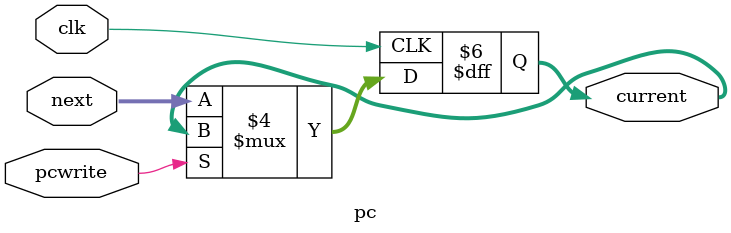
<source format=v>
module pc (output reg [31:0] current, input wire [31:0] next, input wire pcwrite, clk);
	
	always @ (posedge clk)
		begin
			if (pcwrite == 0)
				current = next;
		end
endmodule
		
</source>
